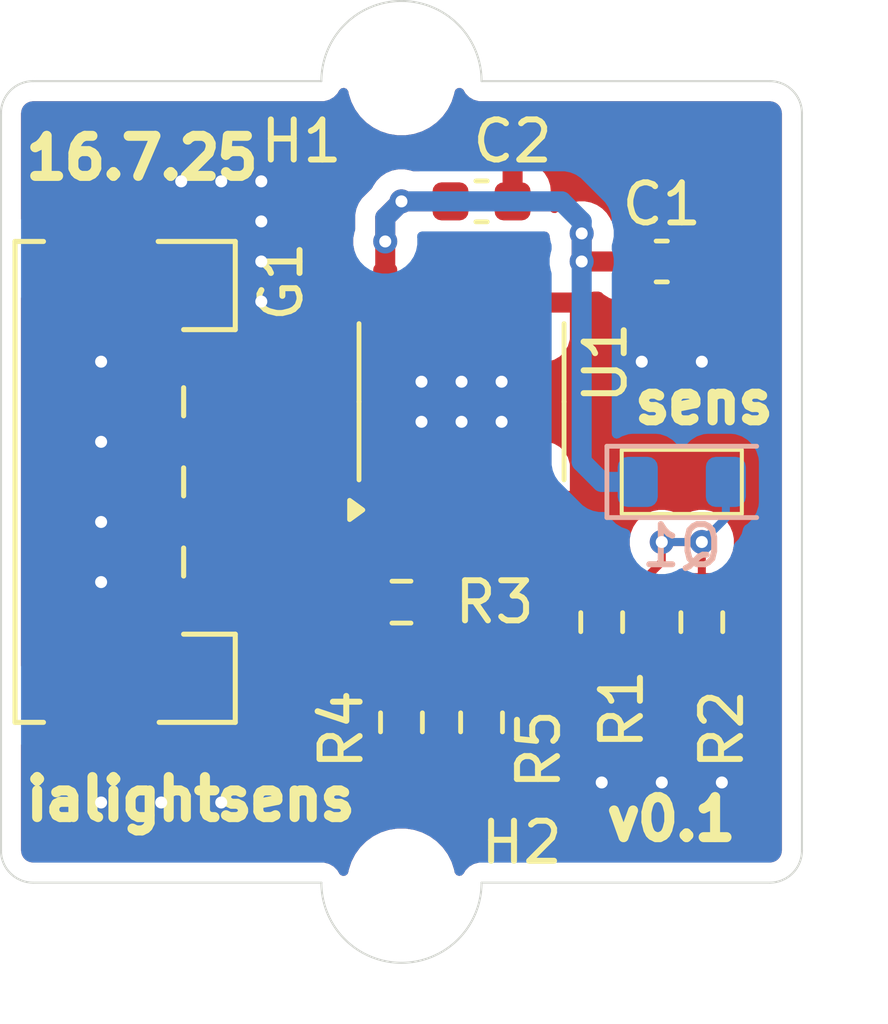
<source format=kicad_pcb>
(kicad_pcb (version 20241229) (generator "pcbnew") (generator_version "9.0")
  (layers (0 "F.Cu" signal) (2 "B.Cu" signal) (13 "F.Paste" user) (15 "B.Paste" user) (5 "F.SilkS" user "F.Silkscreen") (7 "B.SilkS" user "B.Silkscreen") (1 "F.Mask" user) (3 "B.Mask" user) (25 "Edge.Cuts" user))
  (net 0 "")
  (net 1 "+3V3")
  (net 2 "GND")
  (net 3 "Net-(Q1-E)")
  (net 4 "/SIG")
  (net 5 "Net-(U1A--)")
  (net 7 "Net-(U1B--)")
  (footprint "Resistor_SMD:R_0603_1608Metric" (layer "F.Cu") (at 10 13)
    (property "Reference" "R3" (at 2.325 0 0) (layer "F.SilkS"))
    (property "Value" "10k")
    (fp_line (start -0.237258 -0.5225) (end 0.237258 -0.5225) (stroke (width 0.12)) (layer "F.SilkS"))
    (fp_line (start -0.237258 0.5225) (end 0.237258 0.5225) (stroke (width 0.12)) (layer "F.SilkS"))
    (pad "1" smd roundrect (at -0.825 0) (size 0.8 0.95) (layers "F.Cu" "F.Mask" "F.Paste") (net 4 "/SIG"))
    (pad "2" smd roundrect (at 0.825 0) (size 0.8 0.95) (layers "F.Cu" "F.Mask" "F.Paste") (net 5 "Net-(U1A--)"))
  )
  (footprint "Resistor_SMD:R_0603_1608Metric" (layer "F.Cu") (at 12 16 -90)
    (property "Reference" "R5" (at 0.675 -1.43 90) (layer "F.SilkS"))
    (property "Value" "10k")
    (fp_line (start -0.237258 0.5225) (end 0.237258 0.5225) (stroke (width 0.12)) (layer "F.SilkS"))
    (fp_line (start -0.237258 -0.5225) (end 0.237258 -0.5225) (stroke (width 0.12)) (layer "F.SilkS"))
    (pad "1" smd roundrect (at -0.825 0 270) (size 0.8 0.95) (layers "F.Cu" "F.Mask" "F.Paste") (net 5 "Net-(U1A--)"))
    (pad "2" smd roundrect (at 0.825 0 270) (size 0.8 0.95) (layers "F.Cu" "F.Mask" "F.Paste") (net 2 "GND"))
  )
  (footprint "ialightsens:GROVE-HW4-SMD-2.0" (layer "F.Cu") (at 2.5 10 90)
    (property "Reference" "G1" (at 5 4.5 90) (layer "F.SilkS"))
    (property "Value" "L200HY-4PS" (hide yes))
    (fp_line (start 6 -2.15) (end 6 -1.4395) (stroke (width 0.127)) (layer "F.SilkS"))
    (fp_line (start -6 -2.15) (end 6 -2.15) (stroke (width 0.127)) (layer "F.SilkS"))
    (fp_line (start -6 -2.15) (end -6 -1.4395) (stroke (width 0.127)) (layer "F.SilkS"))
    (fp_line (start 6 1.425) (end 6 3.35) (stroke (width 0.127)) (layer "F.SilkS"))
    (fp_line (start -6 1.45) (end -6 3.35) (stroke (width 0.127)) (layer "F.SilkS"))
    (fp_line (start 3.8 2.06062) (end 3.8 3.35) (stroke (width 0.127)) (layer "F.SilkS"))
    (fp_line (start 1.64896 2.06062) (end 2.35 2.06062) (stroke (width 0.127)) (layer "F.SilkS"))
    (fp_line (start -0.3485 2.06062) (end 0.35 2.06062) (stroke (width 0.127)) (layer "F.SilkS"))
    (fp_line (start -2.3485 2.06062) (end -1.65 2.06062) (stroke (width 0.127)) (layer "F.SilkS"))
    (fp_line (start 3.8 3.35) (end 6 3.35) (stroke (width 0.127)) (layer "F.SilkS"))
    (fp_line (start -3.8 3.35) (end -3.8 2.06) (stroke (width 0.127)) (layer "F.SilkS"))
    (fp_line (start -6 3.35) (end -3.8 3.35) (stroke (width 0.127)) (layer "F.SilkS"))
    (pad "1" smd rect (at -3 3.5 180) (size 3 1) (layers "F.Cu" "F.Mask" "F.Paste") (net 4 "/SIG"))
    (pad "2" smd rect (at -1 3.5 180) (size 3 1) (layers "F.Cu" "F.Mask" "F.Paste"))
    (pad "3" smd rect (at 1 3.5 180) (size 3 1) (layers "F.Cu" "F.Mask" "F.Paste") (net 1 "+3V3"))
    (pad "4" smd rect (at 3 3.5 180) (size 3 1) (layers "F.Cu" "F.Mask" "F.Paste") (net 2 "GND"))
    (pad "5" smd rect (at -5.575 0.01084 180) (size 2.6 1.55) (layers "F.Cu" "F.Mask" "F.Paste") (net 2 "GND"))
    (pad "6" smd rect (at 5.575 0.01084 180) (size 2.6 1.55) (layers "F.Cu" "F.Mask" "F.Paste") (net 2 "GND"))
  )
  (footprint "Resistor_SMD:R_0603_1608Metric" (layer "F.Cu") (at 10 16 -90)
    (property "Reference" "R4" (at 0.175 1.5 90) (layer "F.SilkS"))
    (property "Value" "10k")
    (fp_line (start -0.237258 0.5225) (end 0.237258 0.5225) (stroke (width 0.12)) (layer "F.SilkS"))
    (fp_line (start -0.237258 -0.5225) (end 0.237258 -0.5225) (stroke (width 0.12)) (layer "F.SilkS"))
    (pad "1" smd roundrect (at -0.825 0 270) (size 0.8 0.95) (layers "F.Cu" "F.Mask" "F.Paste") (net 5 "Net-(U1A--)"))
    (pad "2" smd roundrect (at 0.825 0 270) (size 0.8 0.95) (layers "F.Cu" "F.Mask" "F.Paste") (net 2 "GND"))
  )
  (footprint "Capacitor_SMD:C_0603_1608Metric" (layer "F.Cu") (at 16.5 4.5)
    (property "Reference" "C1" (at 0 -1.43 0) (layer "F.SilkS"))
    (property "Value" "100nF")
    (fp_line (start -0.14058 -0.51) (end 0.14058 -0.51) (stroke (width 0.12)) (layer "F.SilkS"))
    (fp_line (start -0.14058 0.51) (end 0.14058 0.51) (stroke (width 0.12)) (layer "F.SilkS"))
    (pad "1" smd roundrect (at -0.775 0) (size 0.9 0.95) (layers "F.Cu" "F.Mask" "F.Paste") (net 1 "+3V3"))
    (pad "2" smd roundrect (at 0.775 0) (size 0.9 0.95) (layers "F.Cu" "F.Mask" "F.Paste") (net 2 "GND"))
  )
  (footprint "Package_SO:SOIC-8_3.9x4.9mm_P1.27mm" (layer "F.Cu") (at 11.5 8 90)
    (property "Reference" "U1" (at 0.975 3.595 90) (layer "F.SilkS"))
    (property "Value" "LMV358")
    (fp_line (start 0 -2.56) (end 1.95 -2.56) (stroke (width 0.12)) (layer "F.SilkS"))
    (fp_line (start 0 -2.56) (end -1.95 -2.56) (stroke (width 0.12)) (layer "F.SilkS"))
    (fp_line (start 0 2.56) (end 1.95 2.56) (stroke (width 0.12)) (layer "F.SilkS"))
    (fp_line (start 0 2.56) (end -1.95 2.56) (stroke (width 0.12)) (layer "F.SilkS"))
    (fp_poly (pts (xy -2.7 -2.465) (xy -2.94 -2.795) (xy -2.46 -2.795)) (stroke (width 0.12)) (fill yes) (layer "F.SilkS"))
    (pad "1" smd roundrect (at -2.475 -1.905 90) (size 1.95 0.6) (layers "F.Cu" "F.Mask" "F.Paste") (net 4 "/SIG"))
    (pad "2" smd roundrect (at -2.475 -0.635 90) (size 1.95 0.6) (layers "F.Cu" "F.Mask" "F.Paste") (net 5 "Net-(U1A--)"))
    (pad "3" smd roundrect (at -2.475 0.635 90) (size 1.95 0.6) (layers "F.Cu" "F.Mask" "F.Paste") (net 3 "Net-(Q1-E)"))
    (pad "4" smd roundrect (at -2.475 1.905 90) (size 1.95 0.6) (layers "F.Cu" "F.Mask" "F.Paste") (net 2 "GND"))
    (pad "5" smd roundrect (at 2.475 1.905 90) (size 1.95 0.6) (layers "F.Cu" "F.Mask" "F.Paste") (net 2 "GND"))
    (pad "6" smd roundrect (at 2.475 0.635 90) (size 1.95 0.6) (layers "F.Cu" "F.Mask" "F.Paste") (net 7 "Net-(U1B--)"))
    (pad "7" smd roundrect (at 2.475 -0.635 90) (size 1.95 0.6) (layers "F.Cu" "F.Mask" "F.Paste") (net 7 "Net-(U1B--)"))
    (pad "8" smd roundrect (at 2.475 -1.905 90) (size 1.95 0.6) (layers "F.Cu" "F.Mask" "F.Paste") (net 1 "+3V3"))
  )
  (footprint "Capacitor_SMD:C_0603_1608Metric" (layer "F.Cu") (at 12 3)
    (property "Reference" "C2" (at 0.775 -1.5 0) (layer "F.SilkS"))
    (property "Value" "100nF")
    (fp_line (start -0.14058 -0.51) (end 0.14058 -0.51) (stroke (width 0.12)) (layer "F.SilkS"))
    (fp_line (start -0.14058 0.51) (end 0.14058 0.51) (stroke (width 0.12)) (layer "F.SilkS"))
    (pad "1" smd roundrect (at -0.775 0) (size 0.9 0.95) (layers "F.Cu" "F.Mask" "F.Paste") (net 1 "+3V3"))
    (pad "2" smd roundrect (at 0.775 0) (size 0.9 0.95) (layers "F.Cu" "F.Mask" "F.Paste") (net 2 "GND"))
  )
  (footprint "MountingHole:MountingHole_2.2mm_M2_ISO7380" (layer "F.Cu") (at 10 20)
    (property "Reference" "H2" (at 3 -1 0) (layer "F.SilkS"))
    (property "Value" "MountingHole")
    (pad "" np_thru_hole circle (at 0 0) (size 2.2 2.2) (drill 2.2) (layers "*.Cu" "*.Mask"))
  )
  (footprint "MountingHole:MountingHole_2.2mm_M2_ISO7380" (layer "F.Cu") (at 10 0)
    (property "Reference" "H1" (at -2.5 1.5 0) (layer "F.SilkS"))
    (property "Value" "MountingHole")
    (pad "" np_thru_hole circle (at 0 0) (size 2.2 2.2) (drill 2.2) (layers "*.Cu" "*.Mask"))
  )
  (footprint "Resistor_SMD:R_0603_1608Metric" (layer "F.Cu") (at 17.5 13.5 -90)
    (property "Reference" "R2" (at 2.675 -0.5 90) (layer "F.SilkS"))
    (property "Value" "10k")
    (fp_line (start -0.237258 0.5225) (end 0.237258 0.5225) (stroke (width 0.12)) (layer "F.SilkS"))
    (fp_line (start -0.237258 -0.5225) (end 0.237258 -0.5225) (stroke (width 0.12)) (layer "F.SilkS"))
    (pad "1" smd roundrect (at -0.825 0 270) (size 0.8 0.95) (layers "F.Cu" "F.Mask" "F.Paste") (net 3 "Net-(Q1-E)"))
    (pad "2" smd roundrect (at 0.825 0 270) (size 0.8 0.95) (layers "F.Cu" "F.Mask" "F.Paste") (net 2 "GND"))
  )
  (footprint "Resistor_SMD:R_0603_1608Metric" (layer "F.Cu") (at 15 13.5 -90)
    (property "Reference" "R1" (at 2.175 -0.5 90) (layer "F.SilkS"))
    (property "Value" "10k")
    (fp_line (start -0.237258 0.5225) (end 0.237258 0.5225) (stroke (width 0.12)) (layer "F.SilkS"))
    (fp_line (start -0.237258 -0.5225) (end 0.237258 -0.5225) (stroke (width 0.12)) (layer "F.SilkS"))
    (pad "1" smd roundrect (at -0.825 0 270) (size 0.8 0.95) (layers "F.Cu" "F.Mask" "F.Paste") (net 3 "Net-(Q1-E)"))
    (pad "2" smd roundrect (at 0.825 0 270) (size 0.8 0.95) (layers "F.Cu" "F.Mask" "F.Paste") (net 2 "GND"))
  )
  (footprint "OptoDevice:Osram_SFH3710" (layer "B.Cu") (at 17 10)
    (property "Reference" "Q1" (at 0 1.6 180) (layer "B.SilkS") (effects (justify mirror)))
    (property "Value" "SFH-3710-Z")
    (fp_line (start -1.87 -0.89) (end -1.87 0.89) (stroke (width 0.12)) (layer "B.SilkS"))
    (fp_line (start -1.87 -0.89) (end 1.87 -0.89) (stroke (width 0.12)) (layer "B.SilkS"))
    (fp_line (start 1.87 0.89) (end -1.87 0.89) (stroke (width 0.12)) (layer "B.SilkS"))
    (pad "1" smd roundrect (at -1.1 0) (size 1 1.25) (layers "B.Cu" "B.Mask" "B.Paste") (net 1 "+3V3"))
    (pad "2" smd roundrect (at 1.1 0) (size 1 1.25) (layers "B.Cu" "B.Mask" "B.Paste") (net 3 "Net-(Q1-E)"))
  )
  (gr_rect (start 15.5 9.2) (end 18.5 10.8) (stroke (width 0.1)) (fill no) (layer "F.SilkS"))
  (gr_arc (start 20 19.2) (mid 19.765685 19.765685) (end 19.2 20) (stroke (width 0.05)) (layer "Edge.Cuts"))
  (gr_arc (start 11.999999 20) (mid 10 22) (end 8.000003 20) (stroke (width 0.05)) (layer "Edge.Cuts"))
  (gr_line (start 0 19.2) (end 0 0.800001) (stroke (width 0.05)) (layer "Edge.Cuts"))
  (gr_arc (start 19.2 0) (mid 19.765685 0.234315) (end 20 0.8) (stroke (width 0.05)) (layer "Edge.Cuts"))
  (gr_line (start 20 19.2) (end 20 0.8) (stroke (width 0.05)) (layer "Edge.Cuts"))
  (gr_line (start 12 0) (end 19.2 0) (stroke (width 0.05)) (layer "Edge.Cuts"))
  (gr_arc (start 0 0.800001) (mid 0.234315 0.234315) (end 0.800001 0) (stroke (width 0.05)) (layer "Edge.Cuts"))
  (gr_line (start 0.800001 0) (end 8 0) (stroke (width 0.05)) (layer "Edge.Cuts"))
  (gr_arc (start 8 0) (mid 10 -2) (end 12 0) (stroke (width 0.05)) (layer "Edge.Cuts"))
  (gr_arc (start 0.8 20) (mid 0.234315 19.765685) (end 0 19.2) (stroke (width 0.05)) (layer "Edge.Cuts"))
  (gr_line (start 0.8 20) (end 8.000003 20) (stroke (width 0.05)) (layer "Edge.Cuts"))
  (gr_line (start 11.999999 20) (end 19.2 20) (stroke (width 0.05)) (layer "Edge.Cuts"))
  (gr_text "sens" (at 15.7 8.6 0) (layer "F.SilkS") (effects (font (size 1 1) (thickness 0.25) (bold yes)) (justify left bottom)))
  (gr_text "ialightsens" (at 0.5 18.5 0) (layer "F.SilkS") (effects (font (size 1 1) (thickness 0.25) (bold yes)) (justify left bottom)))
  (gr_text "v0.1" (at 15 19 0) (layer "F.SilkS") (effects (font (size 1 1) (thickness 0.25) (bold yes)) (justify left bottom)))
  (gr_text "16.7.25" (at 0.5 2.5 0) (layer "F.SilkS") (effects (font (size 1 1) (thickness 0.25) (bold yes)) (justify left bottom)))
  (segment (start 9.595 3.405) (end 10 3) (width 0.5) (layer "F.Cu") (net 1))
  (segment (start 8 9) (end 9.595 7.405) (width 0.5) (layer "F.Cu") (net 1))
  (segment (start 14.5 3.799997) (end 14.5 4.5) (width 0.5) (layer "F.Cu") (net 1))
  (segment (start 9.595 7.405) (end 9.595 5.525) (width 0.5) (layer "F.Cu") (net 1))
  (segment (start 14.5 4.5) (end 15.95 4.5) (width 0.5) (layer "F.Cu") (net 1))
  (segment (start 9.595 5.525) (end 9.595 4) (width 0.5) (layer "F.Cu") (net 1))
  (segment (start 10 3) (end 11.45 3) (width 0.5) (layer "F.Cu") (net 1))
  (segment (start 6 9) (end 8 9) (width 0.5) (layer "F.Cu") (net 1))
  (segment (start 9.595 4) (end 9.595 3.405) (width 0.5) (layer "F.Cu") (net 1))
  (via (at 14.5 3.799997) (size 0.6) (drill 0.3) (layers "F.Cu" "B.Cu") (net 1))
  (via (at 9.595 4) (size 0.6) (drill 0.3) (layers "F.Cu" "B.Cu") (net 1))
  (via (at 10 3) (size 0.6) (drill 0.3) (layers "F.Cu" "B.Cu") (net 1))
  (via (at 14.5 4.5) (size 0.6) (drill 0.3) (layers "F.Cu" "B.Cu") (net 1))
  (segment (start 10 3) (end 9.595 3.405) (width 0.5) (layer "B.Cu") (net 1))
  (segment (start 14.5 3.799997) (end 14.5 3.5) (width 0.5) (layer "B.Cu") (net 1))
  (segment (start 14.5 3.799997) (end 14.5 9.5) (width 0.5) (layer "B.Cu") (net 1))
  (segment (start 15 10) (end 15.9 10) (width 0.5) (layer "B.Cu") (net 1))
  (segment (start 14.5 9.5) (end 15 10) (width 0.5) (layer "B.Cu") (net 1))
  (segment (start 9.595 3.405) (end 9.595 4) (width 0.5) (layer "B.Cu") (net 1))
  (segment (start 14 3) (end 10 3) (width 0.5) (layer "B.Cu") (net 1))
  (segment (start 14.5 3.5) (end 14 3) (width 0.5) (layer "B.Cu") (net 1))
  (via (at 2.5 11) (size 0.6) (drill 0.3) (layers "F.Cu" "B.Cu") (net 2))
  (via (at 6.5 3.5) (size 0.6) (drill 0.3) (layers "F.Cu" "B.Cu") (net 2))
  (via (at 15 17.5) (size 0.6) (drill 0.3) (layers "F.Cu" "B.Cu") (net 2))
  (via (at 6.5 2.5) (size 0.6) (drill 0.3) (layers "F.Cu" "B.Cu") (net 2))
  (via (at 2.5 7) (size 0.6) (drill 0.3) (layers "F.Cu" "B.Cu") (net 2))
  (via (at 10.5 8.5) (size 0.6) (drill 0.3) (layers "F.Cu" "B.Cu") (net 2))
  (via (at 2.5 9) (size 0.6) (drill 0.3) (layers "F.Cu" "B.Cu") (net 2))
  (via (at 16.5 17.5) (size 0.6) (drill 0.3) (layers "F.Cu" "B.Cu") (net 2))
  (via (at 6.5 4.5) (size 0.6) (drill 0.3) (layers "F.Cu" "B.Cu") (net 2))
  (via (at 4 18) (size 0.6) (drill 0.3) (layers "F.Cu" "B.Cu") (net 2))
  (via (at 5.5 2.5) (size 0.6) (drill 0.3) (layers "F.Cu" "B.Cu") (net 2))
  (via (at 17.5 7) (size 0.6) (drill 0.3) (layers "F.Cu" "B.Cu") (net 2))
  (via (at 5.5 18) (size 0.6) (drill 0.3) (layers "F.Cu" "B.Cu") (net 2))
  (via (at 2.5 18) (size 0.6) (drill 0.3) (layers "F.Cu" "B.Cu") (net 2))
  (via (at 11.5 8.5) (size 0.6) (drill 0.3) (layers "F.Cu" "B.Cu") (net 2))
  (via (at 4.5 2.5) (size 0.6) (drill 0.3) (layers "F.Cu" "B.Cu") (net 2))
  (via (at 2.5 12.5) (size 0.6) (drill 0.3) (layers "F.Cu" "B.Cu") (net 2))
  (via (at 18 17.5) (size 0.6) (drill 0.3) (layers "F.Cu" "B.Cu") (net 2))
  (via (at 16 7) (size 0.6) (drill 0.3) (layers "F.Cu" "B.Cu") (net 2))
  (via (at 12.5 8.5) (size 0.6) (drill 0.3) (layers "F.Cu" "B.Cu") (net 2))
  (via (at 12.5 7.5) (size 0.6) (drill 0.3) (layers "F.Cu" "B.Cu") (net 2))
  (via (at 10.5 7.5) (size 0.6) (drill 0.3) (layers "F.Cu" "B.Cu") (net 2))
  (via (at 11.5 7.5) (size 0.6) (drill 0.3) (layers "F.Cu" "B.Cu") (net 2))
  (via (at 6.5 5.5) (size 0.6) (drill 0.3) (layers "F.Cu" "B.Cu") (net 2))
  (segment (start 15 12.675) (end 12.875 12.675) (width 0.2) (layer "F.Cu") (net 3))
  (segment (start 16.5 12) (end 15.825 12.675) (width 0.2) (layer "F.Cu") (net 3))
  (segment (start 12.135 11.935) (end 12.135 10.475) (width 0.2) (layer "F.Cu") (net 3))
  (segment (start 12.875 12.675) (end 12.135 11.935) (width 0.2) (layer "F.Cu") (net 3))
  (segment (start 15.825 12.675) (end 15 12.675) (width 0.2) (layer "F.Cu") (net 3))
  (segment (start 16.5 11.5) (end 16.5 12) (width 0.2) (layer "F.Cu") (net 3))
  (segment (start 17.5 11.5) (end 17.5 12.675) (width 0.2) (layer "F.Cu") (net 3))
  (segment (start 17.5 11.5) (end 16.5 11.5) (width 0.2) (layer "F.Cu") (net 3))
  (via (at 17.5 11.5) (size 0.6) (drill 0.3) (layers "F.Cu" "B.Cu") (net 3))
  (via (at 16.5 11.5) (size 0.6) (drill 0.3) (layers "F.Cu" "B.Cu") (net 3))
  (segment (start 17.5 11.5) (end 18.1 10.9) (width 0.2) (layer "B.Cu") (net 3))
  (segment (start 18.1 10.9) (end 18.1 10) (width 0.2) (layer "B.Cu") (net 3))
  (segment (start 17.5 11.5) (end 16.5 11.5) (width 0.2) (layer "B.Cu") (net 3))
  (segment (start 9.595 11.895) (end 9.6 11.9) (width 0.2) (layer "F.Cu") (net 4))
  (segment (start 9.175 12.325) (end 9.175 13) (width 0.2) (layer "F.Cu") (net 4))
  (segment (start 9.6 11.9) (end 9.175 12.325) (width 0.2) (layer "F.Cu") (net 4))
  (segment (start 9.175 13) (end 6 13) (width 0.2) (layer "F.Cu") (net 4))
  (segment (start 9.595 10.475) (end 9.595 11.895) (width 0.2) (layer "F.Cu") (net 4))
  (segment (start 10.865 10.475) (end 10.865 11.935) (width 0.2) (layer "F.Cu") (net 5))
  (segment (start 10.825 13) (end 10.825 11.975) (width 0.2) (layer "F.Cu") (net 5))
  (segment (start 10.865 11.935) (end 10.825 11.975) (width 0.2) (layer "F.Cu") (net 5))
  (segment (start 10.825 13) (end 10.825 14.275) (width 0.2) (layer "F.Cu") (net 5))
  (segment (start 10.825 14.275) (end 10.8 14.3) (width 0.2) (layer "F.Cu") (net 5))
  (segment (start 12 14.5) (end 12 15.175) (width 0.2) (layer "F.Cu") (net 5))
  (segment (start 10.2 14.3) (end 10.8 14.3) (width 0.2) (layer "F.Cu") (net 5))
  (segment (start 10 14.5) (end 10.2 14.3) (width 0.2) (layer "F.Cu") (net 5))
  (segment (start 10.8 14.3) (end 11.8 14.3) (width 0.2) (layer "F.Cu") (net 5))
  (segment (start 10 15.175) (end 10 14.5) (width 0.2) (layer "F.Cu") (net 5))
  (segment (start 11.8 14.3) (end 12 14.5) (width 0.2) (layer "F.Cu") (net 5))
  (segment (start 10.77 5.5) (end 12.04 5.5) (width 0.2) (layer "F.Cu") (net 7))
  (zone (net 2) (net_name "GND") (layers "F.Cu" "B.Cu") (connect_pads (clearance 0.5)) (min_thickness 0.25) (fill yes (thermal_gap 0.5) (thermal_bridge_width 0.5))
    (polygon (pts (xy 0 0) (xy 20 0) (xy 20 20) (xy 0 20)))
  )
)
</source>
